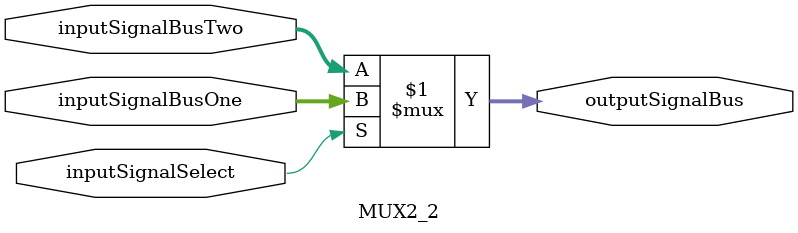
<source format=v>
/**************************************************************************************************
*                  <2019> Interceptor
*          Please refer to license.txt for the 
*          legal contents of this software build
***************************************************************************************************
*Project:          Verilog Modules
*File Name:        MUX2_2.v
*Description:      This file takes three inputs, two buses and one select to select a bus output
***************************************************************************************************
*Change History:
*   Version        Date            Author          Description
*   -------        ----            ------          -----------
*   1.0            29/01/18        Rubber-Duck-999 Creation of file
*
***************************************************************************************************
*Logic table:
*   Input 1  |     Input 2    |     Select     |    Output
*   -----    |     -----      |     -----      |    ------
*   00       |       11       |       0        |    11
*   01       |       10       |       0        |    10
*   10       |       01       |       0        |    01
*   11       |       00       |       1        |    11
*
***************************************************************************************************
*Parameters:
*   Name             Direction       Description
*   ----             ---------       ----
*   inputSignalOne   Input           This is the first input signal
*   inputSignalTwo   Input           This is the second input signal
*   inputSignalThree Input           This is the third input signal
*   outputSignalBus  Output          This is the output boolean signal 
*
***************************************************************************************************/
module MUX2_2
(
    inputSignalBusOne,
    inputSignalBusTwo,
	inputSignalSelect,
    outputSignalBus
);

input  [1:0]  inputSignalBusOne;
input  [1:0]  inputSignalBusTwo;
input         inputSignalSelect;

output [1:0]  outputSignalBus;

assign outputSignalBus = (inputSignalSelect) ? inputSignalBusOne: inputSignalBusTwo;

endmodule

</source>
